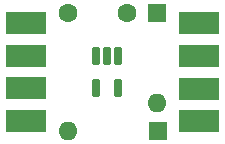
<source format=gbs>
G04 #@! TF.GenerationSoftware,KiCad,Pcbnew,8.0.0*
G04 #@! TF.CreationDate,2024-03-08T06:59:15+01:00*
G04 #@! TF.ProjectId,JoyMega3,4a6f794d-6567-4613-932e-6b696361645f,rev?*
G04 #@! TF.SameCoordinates,Original*
G04 #@! TF.FileFunction,Soldermask,Bot*
G04 #@! TF.FilePolarity,Negative*
%FSLAX46Y46*%
G04 Gerber Fmt 4.6, Leading zero omitted, Abs format (unit mm)*
G04 Created by KiCad (PCBNEW 8.0.0) date 2024-03-08 06:59:15*
%MOMM*%
%LPD*%
G01*
G04 APERTURE LIST*
G04 Aperture macros list*
%AMRoundRect*
0 Rectangle with rounded corners*
0 $1 Rounding radius*
0 $2 $3 $4 $5 $6 $7 $8 $9 X,Y pos of 4 corners*
0 Add a 4 corners polygon primitive as box body*
4,1,4,$2,$3,$4,$5,$6,$7,$8,$9,$2,$3,0*
0 Add four circle primitives for the rounded corners*
1,1,$1+$1,$2,$3*
1,1,$1+$1,$4,$5*
1,1,$1+$1,$6,$7*
1,1,$1+$1,$8,$9*
0 Add four rect primitives between the rounded corners*
20,1,$1+$1,$2,$3,$4,$5,0*
20,1,$1+$1,$4,$5,$6,$7,0*
20,1,$1+$1,$6,$7,$8,$9,0*
20,1,$1+$1,$8,$9,$2,$3,0*%
G04 Aperture macros list end*
%ADD10C,1.600000*%
%ADD11R,3.480000X1.846667*%
%ADD12R,1.600000X1.600000*%
%ADD13O,1.600000X1.600000*%
%ADD14RoundRect,0.162500X-0.162500X0.617500X-0.162500X-0.617500X0.162500X-0.617500X0.162500X0.617500X0*%
G04 APERTURE END LIST*
D10*
X123600000Y-75500000D03*
X118600000Y-75500000D03*
D11*
X115062500Y-84655000D03*
X115062500Y-81885000D03*
X115062500Y-79115000D03*
X115062500Y-76345000D03*
D12*
X126210000Y-85500000D03*
D13*
X118590000Y-85500000D03*
D12*
X126200000Y-75488800D03*
D13*
X126200000Y-83108800D03*
D11*
X129700000Y-76363000D03*
X129700000Y-79133000D03*
X129700000Y-81903000D03*
X129700000Y-84673000D03*
D14*
X120970000Y-79150000D03*
X121920000Y-79150000D03*
X122870000Y-79150000D03*
X122870000Y-81850000D03*
X120970000Y-81850000D03*
M02*

</source>
